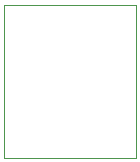
<source format=gbr>
G04 (created by PCBNEW (2013-05-31 BZR 4019)-stable) date 7/6/2014 3:12:14 PM*
%MOIN*%
G04 Gerber Fmt 3.4, Leading zero omitted, Abs format*
%FSLAX34Y34*%
G01*
G70*
G90*
G04 APERTURE LIST*
%ADD10C,0.00590551*%
%ADD11C,0.00393701*%
G04 APERTURE END LIST*
G54D10*
G54D11*
X17400Y-9700D02*
X13000Y-9700D01*
X17400Y-14800D02*
X17400Y-9700D01*
X13000Y-14800D02*
X17400Y-14800D01*
X13000Y-9700D02*
X13000Y-14800D01*
M02*

</source>
